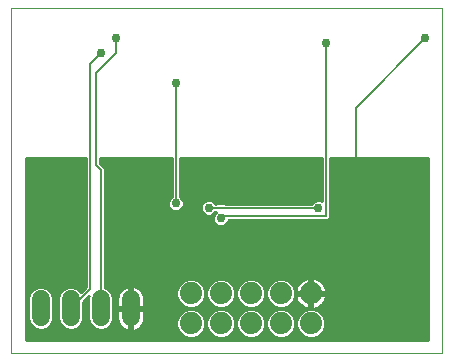
<source format=gbl>
G75*
%MOIN*%
%OFA0B0*%
%FSLAX25Y25*%
%IPPOS*%
%LPD*%
%AMOC8*
5,1,8,0,0,1.08239X$1,22.5*
%
%ADD10C,0.00000*%
%ADD11C,0.07400*%
%ADD12C,0.06000*%
%ADD13C,0.01000*%
%ADD14C,0.02978*%
%ADD15C,0.00600*%
D10*
X0001500Y0030494D02*
X0001500Y0145455D01*
X0145201Y0145455D01*
X0145201Y0030494D01*
X0001500Y0030494D01*
D11*
X0061500Y0040494D03*
X0061500Y0050494D03*
X0071500Y0050494D03*
X0071500Y0040494D03*
X0081500Y0040494D03*
X0091500Y0040494D03*
X0091500Y0050494D03*
X0081500Y0050494D03*
X0101500Y0050494D03*
X0101500Y0040494D03*
D12*
X0041500Y0042494D02*
X0041500Y0048494D01*
X0031500Y0048494D02*
X0031500Y0042494D01*
X0021500Y0042494D02*
X0021500Y0048494D01*
X0011500Y0048494D02*
X0011500Y0042494D01*
D13*
X0007400Y0042477D02*
X0006500Y0042477D01*
X0006500Y0043475D02*
X0007400Y0043475D01*
X0007400Y0044474D02*
X0006500Y0044474D01*
X0006500Y0045472D02*
X0007400Y0045472D01*
X0007400Y0046471D02*
X0006500Y0046471D01*
X0006500Y0047469D02*
X0007400Y0047469D01*
X0007400Y0048468D02*
X0006500Y0048468D01*
X0006500Y0049466D02*
X0007465Y0049466D01*
X0007400Y0049310D02*
X0007400Y0041679D01*
X0008024Y0040172D01*
X0009178Y0039019D01*
X0010684Y0038394D01*
X0012316Y0038394D01*
X0013822Y0039019D01*
X0014976Y0040172D01*
X0015600Y0041679D01*
X0015600Y0049310D01*
X0014976Y0050817D01*
X0013822Y0051970D01*
X0012316Y0052594D01*
X0010684Y0052594D01*
X0009178Y0051970D01*
X0008024Y0050817D01*
X0007400Y0049310D01*
X0007878Y0050465D02*
X0006500Y0050465D01*
X0006500Y0051463D02*
X0008670Y0051463D01*
X0010364Y0052462D02*
X0006500Y0052462D01*
X0006500Y0053460D02*
X0026600Y0053460D01*
X0026600Y0052574D02*
X0024909Y0050884D01*
X0023822Y0051970D01*
X0022316Y0052594D01*
X0020684Y0052594D01*
X0019178Y0051970D01*
X0018024Y0050817D01*
X0017400Y0049310D01*
X0017400Y0041679D01*
X0018024Y0040172D01*
X0019178Y0039019D01*
X0020684Y0038394D01*
X0022316Y0038394D01*
X0023822Y0039019D01*
X0024976Y0040172D01*
X0025600Y0041679D01*
X0025600Y0047615D01*
X0027474Y0049489D01*
X0027400Y0049310D01*
X0027400Y0041679D01*
X0028024Y0040172D01*
X0029178Y0039019D01*
X0030684Y0038394D01*
X0032316Y0038394D01*
X0033822Y0039019D01*
X0034976Y0040172D01*
X0035600Y0041679D01*
X0035600Y0049310D01*
X0034976Y0050817D01*
X0033822Y0051970D01*
X0032900Y0052352D01*
X0032900Y0092113D01*
X0032080Y0092934D01*
X0031306Y0093707D01*
X0031306Y0095494D01*
X0055100Y0095494D01*
X0055100Y0082717D01*
X0055033Y0082689D01*
X0054305Y0081961D01*
X0053911Y0081009D01*
X0053911Y0079980D01*
X0054305Y0079028D01*
X0055033Y0078300D01*
X0055985Y0077906D01*
X0057015Y0077906D01*
X0057967Y0078300D01*
X0058695Y0079028D01*
X0059089Y0079980D01*
X0059089Y0081009D01*
X0058695Y0081961D01*
X0057967Y0082689D01*
X0057900Y0082717D01*
X0057900Y0095494D01*
X0105100Y0095494D01*
X0105100Y0081341D01*
X0104515Y0081583D01*
X0103485Y0081583D01*
X0102533Y0081189D01*
X0101805Y0080461D01*
X0101778Y0080394D01*
X0073041Y0080394D01*
X0072947Y0080488D01*
X0070053Y0080488D01*
X0069959Y0080394D01*
X0069722Y0080394D01*
X0069695Y0080461D01*
X0068967Y0081189D01*
X0068015Y0081583D01*
X0066985Y0081583D01*
X0066033Y0081189D01*
X0065305Y0080461D01*
X0064911Y0079509D01*
X0064911Y0078480D01*
X0065305Y0077528D01*
X0066033Y0076800D01*
X0066985Y0076406D01*
X0068015Y0076406D01*
X0068967Y0076800D01*
X0069695Y0077528D01*
X0069722Y0077594D01*
X0069939Y0077594D01*
X0069305Y0076961D01*
X0068911Y0076009D01*
X0068911Y0074980D01*
X0069305Y0074028D01*
X0070033Y0073300D01*
X0070985Y0072906D01*
X0072015Y0072906D01*
X0072967Y0073300D01*
X0073695Y0074028D01*
X0074089Y0074980D01*
X0074089Y0075001D01*
X0107080Y0075001D01*
X0107900Y0075821D01*
X0107900Y0095494D01*
X0140701Y0095494D01*
X0140701Y0034994D01*
X0006500Y0034994D01*
X0006500Y0095494D01*
X0026600Y0095494D01*
X0026600Y0052574D01*
X0026487Y0052462D02*
X0022636Y0052462D01*
X0024330Y0051463D02*
X0025489Y0051463D01*
X0027452Y0049466D02*
X0027465Y0049466D01*
X0027400Y0048468D02*
X0026453Y0048468D01*
X0025600Y0047469D02*
X0027400Y0047469D01*
X0027400Y0046471D02*
X0025600Y0046471D01*
X0025600Y0045472D02*
X0027400Y0045472D01*
X0027400Y0044474D02*
X0025600Y0044474D01*
X0025600Y0043475D02*
X0027400Y0043475D01*
X0027400Y0042477D02*
X0025600Y0042477D01*
X0025517Y0041478D02*
X0027483Y0041478D01*
X0027897Y0040480D02*
X0025103Y0040480D01*
X0024285Y0039481D02*
X0028715Y0039481D01*
X0030472Y0038483D02*
X0022528Y0038483D01*
X0020472Y0038483D02*
X0012528Y0038483D01*
X0014285Y0039481D02*
X0018715Y0039481D01*
X0017897Y0040480D02*
X0015103Y0040480D01*
X0015517Y0041478D02*
X0017483Y0041478D01*
X0017400Y0042477D02*
X0015600Y0042477D01*
X0015600Y0043475D02*
X0017400Y0043475D01*
X0017400Y0044474D02*
X0015600Y0044474D01*
X0015600Y0045472D02*
X0017400Y0045472D01*
X0017400Y0046471D02*
X0015600Y0046471D01*
X0015600Y0047469D02*
X0017400Y0047469D01*
X0017400Y0048468D02*
X0015600Y0048468D01*
X0015535Y0049466D02*
X0017465Y0049466D01*
X0017878Y0050465D02*
X0015122Y0050465D01*
X0014330Y0051463D02*
X0018670Y0051463D01*
X0020364Y0052462D02*
X0012636Y0052462D01*
X0006500Y0054459D02*
X0026600Y0054459D01*
X0026600Y0055457D02*
X0006500Y0055457D01*
X0006500Y0056456D02*
X0026600Y0056456D01*
X0026600Y0057454D02*
X0006500Y0057454D01*
X0006500Y0058453D02*
X0026600Y0058453D01*
X0026600Y0059451D02*
X0006500Y0059451D01*
X0006500Y0060450D02*
X0026600Y0060450D01*
X0026600Y0061448D02*
X0006500Y0061448D01*
X0006500Y0062447D02*
X0026600Y0062447D01*
X0026600Y0063445D02*
X0006500Y0063445D01*
X0006500Y0064444D02*
X0026600Y0064444D01*
X0026600Y0065442D02*
X0006500Y0065442D01*
X0006500Y0066441D02*
X0026600Y0066441D01*
X0026600Y0067439D02*
X0006500Y0067439D01*
X0006500Y0068438D02*
X0026600Y0068438D01*
X0026600Y0069436D02*
X0006500Y0069436D01*
X0006500Y0070435D02*
X0026600Y0070435D01*
X0026600Y0071433D02*
X0006500Y0071433D01*
X0006500Y0072432D02*
X0026600Y0072432D01*
X0026600Y0073430D02*
X0006500Y0073430D01*
X0006500Y0074429D02*
X0026600Y0074429D01*
X0026600Y0075427D02*
X0006500Y0075427D01*
X0006500Y0076426D02*
X0026600Y0076426D01*
X0026600Y0077425D02*
X0006500Y0077425D01*
X0006500Y0078423D02*
X0026600Y0078423D01*
X0026600Y0079422D02*
X0006500Y0079422D01*
X0006500Y0080420D02*
X0026600Y0080420D01*
X0026600Y0081419D02*
X0006500Y0081419D01*
X0006500Y0082417D02*
X0026600Y0082417D01*
X0026600Y0083416D02*
X0006500Y0083416D01*
X0006500Y0084414D02*
X0026600Y0084414D01*
X0026600Y0085413D02*
X0006500Y0085413D01*
X0006500Y0086411D02*
X0026600Y0086411D01*
X0026600Y0087410D02*
X0006500Y0087410D01*
X0006500Y0088408D02*
X0026600Y0088408D01*
X0026600Y0089407D02*
X0006500Y0089407D01*
X0006500Y0090405D02*
X0026600Y0090405D01*
X0026600Y0091404D02*
X0006500Y0091404D01*
X0006500Y0092402D02*
X0026600Y0092402D01*
X0026600Y0093401D02*
X0006500Y0093401D01*
X0006500Y0094399D02*
X0026600Y0094399D01*
X0026600Y0095398D02*
X0006500Y0095398D01*
X0031306Y0095398D02*
X0055100Y0095398D01*
X0055100Y0094399D02*
X0031306Y0094399D01*
X0031613Y0093401D02*
X0055100Y0093401D01*
X0055100Y0092402D02*
X0032611Y0092402D01*
X0032900Y0091404D02*
X0055100Y0091404D01*
X0055100Y0090405D02*
X0032900Y0090405D01*
X0032900Y0089407D02*
X0055100Y0089407D01*
X0055100Y0088408D02*
X0032900Y0088408D01*
X0032900Y0087410D02*
X0055100Y0087410D01*
X0055100Y0086411D02*
X0032900Y0086411D01*
X0032900Y0085413D02*
X0055100Y0085413D01*
X0055100Y0084414D02*
X0032900Y0084414D01*
X0032900Y0083416D02*
X0055100Y0083416D01*
X0054761Y0082417D02*
X0032900Y0082417D01*
X0032900Y0081419D02*
X0054080Y0081419D01*
X0053911Y0080420D02*
X0032900Y0080420D01*
X0032900Y0079422D02*
X0054142Y0079422D01*
X0054910Y0078423D02*
X0032900Y0078423D01*
X0032900Y0077425D02*
X0065409Y0077425D01*
X0064934Y0078423D02*
X0058090Y0078423D01*
X0058858Y0079422D02*
X0064911Y0079422D01*
X0065288Y0080420D02*
X0059089Y0080420D01*
X0058920Y0081419D02*
X0066587Y0081419D01*
X0068413Y0081419D02*
X0103087Y0081419D01*
X0101788Y0080420D02*
X0073015Y0080420D01*
X0069985Y0080420D02*
X0069712Y0080420D01*
X0069769Y0077425D02*
X0069591Y0077425D01*
X0069084Y0076426D02*
X0068064Y0076426D01*
X0066936Y0076426D02*
X0032900Y0076426D01*
X0032900Y0075427D02*
X0068911Y0075427D01*
X0069139Y0074429D02*
X0032900Y0074429D01*
X0032900Y0073430D02*
X0069903Y0073430D01*
X0073097Y0073430D02*
X0140701Y0073430D01*
X0140701Y0072432D02*
X0032900Y0072432D01*
X0032900Y0071433D02*
X0140701Y0071433D01*
X0140701Y0070435D02*
X0032900Y0070435D01*
X0032900Y0069436D02*
X0140701Y0069436D01*
X0140701Y0068438D02*
X0032900Y0068438D01*
X0032900Y0067439D02*
X0140701Y0067439D01*
X0140701Y0066441D02*
X0032900Y0066441D01*
X0032900Y0065442D02*
X0140701Y0065442D01*
X0140701Y0064444D02*
X0032900Y0064444D01*
X0032900Y0063445D02*
X0140701Y0063445D01*
X0140701Y0062447D02*
X0032900Y0062447D01*
X0032900Y0061448D02*
X0140701Y0061448D01*
X0140701Y0060450D02*
X0032900Y0060450D01*
X0032900Y0059451D02*
X0140701Y0059451D01*
X0140701Y0058453D02*
X0032900Y0058453D01*
X0032900Y0057454D02*
X0140701Y0057454D01*
X0140701Y0056456D02*
X0032900Y0056456D01*
X0032900Y0055457D02*
X0099946Y0055457D01*
X0100282Y0055566D02*
X0099504Y0055314D01*
X0098775Y0054942D01*
X0098112Y0054461D01*
X0097534Y0053882D01*
X0097053Y0053220D01*
X0096681Y0052491D01*
X0096428Y0051712D01*
X0096314Y0050994D01*
X0101000Y0050994D01*
X0101000Y0049994D01*
X0102000Y0049994D01*
X0102000Y0045309D01*
X0102718Y0045423D01*
X0103496Y0045675D01*
X0104225Y0046047D01*
X0104888Y0046528D01*
X0105466Y0047107D01*
X0105947Y0047769D01*
X0106319Y0048498D01*
X0106572Y0049277D01*
X0106686Y0049994D01*
X0102000Y0049994D01*
X0102000Y0050994D01*
X0106686Y0050994D01*
X0106572Y0051712D01*
X0106319Y0052491D01*
X0105947Y0053220D01*
X0105466Y0053882D01*
X0104888Y0054461D01*
X0104225Y0054942D01*
X0103496Y0055314D01*
X0102718Y0055566D01*
X0102000Y0055680D01*
X0102000Y0050995D01*
X0101000Y0050995D01*
X0101000Y0055680D01*
X0100282Y0055566D01*
X0101000Y0055457D02*
X0102000Y0055457D01*
X0102000Y0054459D02*
X0101000Y0054459D01*
X0101000Y0053460D02*
X0102000Y0053460D01*
X0102000Y0052462D02*
X0101000Y0052462D01*
X0101000Y0051463D02*
X0102000Y0051463D01*
X0102000Y0050465D02*
X0140701Y0050465D01*
X0140701Y0051463D02*
X0106611Y0051463D01*
X0106328Y0052462D02*
X0140701Y0052462D01*
X0140701Y0053460D02*
X0105773Y0053460D01*
X0104890Y0054459D02*
X0140701Y0054459D01*
X0140701Y0055457D02*
X0103054Y0055457D01*
X0101000Y0050465D02*
X0096300Y0050465D01*
X0096314Y0049994D02*
X0096428Y0049277D01*
X0096681Y0048498D01*
X0097053Y0047769D01*
X0097534Y0047107D01*
X0098112Y0046528D01*
X0098775Y0046047D01*
X0099504Y0045675D01*
X0100282Y0045423D01*
X0101000Y0045309D01*
X0101000Y0049994D01*
X0096314Y0049994D01*
X0096300Y0049540D02*
X0095569Y0047776D01*
X0094219Y0046425D01*
X0092455Y0045694D01*
X0090545Y0045694D01*
X0088781Y0046425D01*
X0087431Y0047776D01*
X0086700Y0049540D01*
X0086700Y0051449D01*
X0087431Y0053213D01*
X0088781Y0054564D01*
X0090545Y0055294D01*
X0092455Y0055294D01*
X0094219Y0054564D01*
X0095569Y0053213D01*
X0096300Y0051449D01*
X0096300Y0049540D01*
X0096270Y0049466D02*
X0096398Y0049466D01*
X0096697Y0048468D02*
X0095856Y0048468D01*
X0095263Y0047469D02*
X0097270Y0047469D01*
X0098192Y0046471D02*
X0094264Y0046471D01*
X0094219Y0044564D02*
X0092455Y0045294D01*
X0092175Y0045294D01*
X0092080Y0045389D01*
X0090920Y0045389D01*
X0090825Y0045294D01*
X0090545Y0045294D01*
X0088781Y0044564D01*
X0087431Y0043213D01*
X0086700Y0041449D01*
X0086700Y0039540D01*
X0087431Y0037776D01*
X0088781Y0036425D01*
X0090545Y0035694D01*
X0092455Y0035694D01*
X0094219Y0036425D01*
X0095569Y0037776D01*
X0096300Y0039540D01*
X0096300Y0041449D01*
X0095569Y0043213D01*
X0094219Y0044564D01*
X0094309Y0044474D02*
X0098691Y0044474D01*
X0098781Y0044564D02*
X0097431Y0043213D01*
X0096700Y0041449D01*
X0096700Y0039540D01*
X0097431Y0037776D01*
X0098781Y0036425D01*
X0100545Y0035694D01*
X0102455Y0035694D01*
X0104219Y0036425D01*
X0105569Y0037776D01*
X0106300Y0039540D01*
X0106300Y0041449D01*
X0105569Y0043213D01*
X0104219Y0044564D01*
X0102455Y0045294D01*
X0100545Y0045294D01*
X0098781Y0044564D01*
X0097692Y0043475D02*
X0095308Y0043475D01*
X0095874Y0042477D02*
X0097126Y0042477D01*
X0096712Y0041478D02*
X0096288Y0041478D01*
X0096300Y0040480D02*
X0096700Y0040480D01*
X0096724Y0039481D02*
X0096276Y0039481D01*
X0095862Y0038483D02*
X0097138Y0038483D01*
X0097722Y0037484D02*
X0095278Y0037484D01*
X0094279Y0036486D02*
X0098721Y0036486D01*
X0104279Y0036486D02*
X0140701Y0036486D01*
X0140701Y0037484D02*
X0105278Y0037484D01*
X0105862Y0038483D02*
X0140701Y0038483D01*
X0140701Y0039481D02*
X0106276Y0039481D01*
X0106300Y0040480D02*
X0140701Y0040480D01*
X0140701Y0041478D02*
X0106288Y0041478D01*
X0105874Y0042477D02*
X0140701Y0042477D01*
X0140701Y0043475D02*
X0105308Y0043475D01*
X0104309Y0044474D02*
X0140701Y0044474D01*
X0140701Y0045472D02*
X0102870Y0045472D01*
X0102000Y0045472D02*
X0101000Y0045472D01*
X0100130Y0045472D02*
X0042000Y0045472D01*
X0042000Y0044994D02*
X0042000Y0045994D01*
X0046000Y0045994D01*
X0046000Y0048849D01*
X0045889Y0049548D01*
X0045670Y0050222D01*
X0045349Y0050853D01*
X0044932Y0051426D01*
X0044432Y0051927D01*
X0043859Y0052343D01*
X0043227Y0052665D01*
X0042554Y0052884D01*
X0042000Y0052971D01*
X0042000Y0045995D01*
X0041000Y0045995D01*
X0041000Y0052971D01*
X0040446Y0052884D01*
X0039773Y0052665D01*
X0039141Y0052343D01*
X0038568Y0051927D01*
X0038068Y0051426D01*
X0037651Y0050853D01*
X0037330Y0050222D01*
X0037111Y0049548D01*
X0037000Y0048849D01*
X0037000Y0045994D01*
X0041000Y0045994D01*
X0041000Y0044994D01*
X0042000Y0044994D01*
X0042000Y0038018D01*
X0042554Y0038105D01*
X0043227Y0038324D01*
X0043859Y0038646D01*
X0044432Y0039062D01*
X0044932Y0039563D01*
X0045349Y0040136D01*
X0045670Y0040767D01*
X0045889Y0041441D01*
X0046000Y0042140D01*
X0046000Y0044994D01*
X0042000Y0044994D01*
X0042000Y0044474D02*
X0041000Y0044474D01*
X0041000Y0044994D02*
X0041000Y0038018D01*
X0040446Y0038105D01*
X0039773Y0038324D01*
X0039141Y0038646D01*
X0038568Y0039062D01*
X0038068Y0039563D01*
X0037651Y0040136D01*
X0037330Y0040767D01*
X0037111Y0041441D01*
X0037000Y0042140D01*
X0037000Y0044994D01*
X0041000Y0044994D01*
X0041000Y0045472D02*
X0035600Y0045472D01*
X0035600Y0044474D02*
X0037000Y0044474D01*
X0037000Y0043475D02*
X0035600Y0043475D01*
X0035600Y0042477D02*
X0037000Y0042477D01*
X0037105Y0041478D02*
X0035517Y0041478D01*
X0035103Y0040480D02*
X0037476Y0040480D01*
X0038149Y0039481D02*
X0034285Y0039481D01*
X0032528Y0038483D02*
X0039462Y0038483D01*
X0041000Y0038483D02*
X0042000Y0038483D01*
X0042000Y0039481D02*
X0041000Y0039481D01*
X0041000Y0040480D02*
X0042000Y0040480D01*
X0042000Y0041478D02*
X0041000Y0041478D01*
X0041000Y0042477D02*
X0042000Y0042477D01*
X0042000Y0043475D02*
X0041000Y0043475D01*
X0041000Y0046471D02*
X0042000Y0046471D01*
X0042000Y0047469D02*
X0041000Y0047469D01*
X0041000Y0048468D02*
X0042000Y0048468D01*
X0042000Y0049466D02*
X0041000Y0049466D01*
X0041000Y0050465D02*
X0042000Y0050465D01*
X0042000Y0051463D02*
X0041000Y0051463D01*
X0041000Y0052462D02*
X0042000Y0052462D01*
X0043626Y0052462D02*
X0057119Y0052462D01*
X0057431Y0053213D02*
X0056700Y0051449D01*
X0056700Y0049540D01*
X0057431Y0047776D01*
X0058781Y0046425D01*
X0060545Y0045694D01*
X0062455Y0045694D01*
X0064219Y0046425D01*
X0065569Y0047776D01*
X0066300Y0049540D01*
X0066300Y0051449D01*
X0065569Y0053213D01*
X0064219Y0054564D01*
X0062455Y0055294D01*
X0060545Y0055294D01*
X0058781Y0054564D01*
X0057431Y0053213D01*
X0057678Y0053460D02*
X0032900Y0053460D01*
X0032900Y0052462D02*
X0039374Y0052462D01*
X0038105Y0051463D02*
X0034330Y0051463D01*
X0035122Y0050465D02*
X0037453Y0050465D01*
X0037098Y0049466D02*
X0035535Y0049466D01*
X0035600Y0048468D02*
X0037000Y0048468D01*
X0037000Y0047469D02*
X0035600Y0047469D01*
X0035600Y0046471D02*
X0037000Y0046471D01*
X0043538Y0038483D02*
X0057138Y0038483D01*
X0057431Y0037776D02*
X0058781Y0036425D01*
X0060545Y0035694D01*
X0062455Y0035694D01*
X0064219Y0036425D01*
X0065569Y0037776D01*
X0066300Y0039540D01*
X0066300Y0041449D01*
X0065569Y0043213D01*
X0064219Y0044564D01*
X0062455Y0045294D01*
X0060545Y0045294D01*
X0058781Y0044564D01*
X0057431Y0043213D01*
X0056700Y0041449D01*
X0056700Y0039540D01*
X0057431Y0037776D01*
X0057722Y0037484D02*
X0006500Y0037484D01*
X0006500Y0036486D02*
X0058721Y0036486D01*
X0056724Y0039481D02*
X0044851Y0039481D01*
X0045524Y0040480D02*
X0056700Y0040480D01*
X0056712Y0041478D02*
X0045895Y0041478D01*
X0046000Y0042477D02*
X0057126Y0042477D01*
X0057692Y0043475D02*
X0046000Y0043475D01*
X0046000Y0044474D02*
X0058691Y0044474D01*
X0058736Y0046471D02*
X0046000Y0046471D01*
X0046000Y0047469D02*
X0057737Y0047469D01*
X0057144Y0048468D02*
X0046000Y0048468D01*
X0045902Y0049466D02*
X0056730Y0049466D01*
X0056700Y0050465D02*
X0045547Y0050465D01*
X0044895Y0051463D02*
X0056706Y0051463D01*
X0058676Y0054459D02*
X0032900Y0054459D01*
X0010472Y0038483D02*
X0006500Y0038483D01*
X0006500Y0039481D02*
X0008715Y0039481D01*
X0007897Y0040480D02*
X0006500Y0040480D01*
X0006500Y0041478D02*
X0007483Y0041478D01*
X0006500Y0035487D02*
X0140701Y0035487D01*
X0140701Y0046471D02*
X0104808Y0046471D01*
X0105730Y0047469D02*
X0140701Y0047469D01*
X0140701Y0048468D02*
X0106303Y0048468D01*
X0106602Y0049466D02*
X0140701Y0049466D01*
X0140701Y0074429D02*
X0073861Y0074429D01*
X0058239Y0082417D02*
X0105100Y0082417D01*
X0105100Y0081419D02*
X0104913Y0081419D01*
X0105100Y0083416D02*
X0057900Y0083416D01*
X0057900Y0084414D02*
X0105100Y0084414D01*
X0105100Y0085413D02*
X0057900Y0085413D01*
X0057900Y0086411D02*
X0105100Y0086411D01*
X0105100Y0087410D02*
X0057900Y0087410D01*
X0057900Y0088408D02*
X0105100Y0088408D01*
X0105100Y0089407D02*
X0057900Y0089407D01*
X0057900Y0090405D02*
X0105100Y0090405D01*
X0105100Y0091404D02*
X0057900Y0091404D01*
X0057900Y0092402D02*
X0105100Y0092402D01*
X0105100Y0093401D02*
X0057900Y0093401D01*
X0057900Y0094399D02*
X0105100Y0094399D01*
X0105100Y0095398D02*
X0057900Y0095398D01*
X0064324Y0054459D02*
X0068676Y0054459D01*
X0068781Y0054564D02*
X0067431Y0053213D01*
X0066700Y0051449D01*
X0066700Y0049540D01*
X0067431Y0047776D01*
X0068781Y0046425D01*
X0070545Y0045694D01*
X0072455Y0045694D01*
X0074219Y0046425D01*
X0075569Y0047776D01*
X0076300Y0049540D01*
X0076300Y0051449D01*
X0075569Y0053213D01*
X0074219Y0054564D01*
X0072455Y0055294D01*
X0070545Y0055294D01*
X0068781Y0054564D01*
X0067678Y0053460D02*
X0065322Y0053460D01*
X0065881Y0052462D02*
X0067119Y0052462D01*
X0066706Y0051463D02*
X0066294Y0051463D01*
X0066300Y0050465D02*
X0066700Y0050465D01*
X0066730Y0049466D02*
X0066270Y0049466D01*
X0065856Y0048468D02*
X0067144Y0048468D01*
X0067737Y0047469D02*
X0065263Y0047469D01*
X0064264Y0046471D02*
X0068736Y0046471D01*
X0068781Y0044564D02*
X0067431Y0043213D01*
X0066700Y0041449D01*
X0066700Y0039540D01*
X0067431Y0037776D01*
X0068781Y0036425D01*
X0070545Y0035694D01*
X0072455Y0035694D01*
X0074219Y0036425D01*
X0075569Y0037776D01*
X0076300Y0039540D01*
X0076300Y0041449D01*
X0075569Y0043213D01*
X0074219Y0044564D01*
X0072455Y0045294D01*
X0070545Y0045294D01*
X0068781Y0044564D01*
X0068691Y0044474D02*
X0064309Y0044474D01*
X0065308Y0043475D02*
X0067692Y0043475D01*
X0067126Y0042477D02*
X0065874Y0042477D01*
X0066288Y0041478D02*
X0066712Y0041478D01*
X0066700Y0040480D02*
X0066300Y0040480D01*
X0066276Y0039481D02*
X0066724Y0039481D01*
X0067138Y0038483D02*
X0065862Y0038483D01*
X0065278Y0037484D02*
X0067722Y0037484D01*
X0068721Y0036486D02*
X0064279Y0036486D01*
X0074279Y0036486D02*
X0078721Y0036486D01*
X0078781Y0036425D02*
X0080545Y0035694D01*
X0082455Y0035694D01*
X0084219Y0036425D01*
X0085569Y0037776D01*
X0086300Y0039540D01*
X0086300Y0041449D01*
X0085569Y0043213D01*
X0084219Y0044564D01*
X0082455Y0045294D01*
X0080545Y0045294D01*
X0078781Y0044564D01*
X0077431Y0043213D01*
X0076700Y0041449D01*
X0076700Y0039540D01*
X0077431Y0037776D01*
X0078781Y0036425D01*
X0077722Y0037484D02*
X0075278Y0037484D01*
X0075862Y0038483D02*
X0077138Y0038483D01*
X0076724Y0039481D02*
X0076276Y0039481D01*
X0076300Y0040480D02*
X0076700Y0040480D01*
X0076712Y0041478D02*
X0076288Y0041478D01*
X0075874Y0042477D02*
X0077126Y0042477D01*
X0077692Y0043475D02*
X0075308Y0043475D01*
X0074309Y0044474D02*
X0078691Y0044474D01*
X0078781Y0046425D02*
X0080545Y0045694D01*
X0082455Y0045694D01*
X0084219Y0046425D01*
X0085569Y0047776D01*
X0086300Y0049540D01*
X0086300Y0051449D01*
X0085569Y0053213D01*
X0084219Y0054564D01*
X0082455Y0055294D01*
X0080545Y0055294D01*
X0078781Y0054564D01*
X0077431Y0053213D01*
X0076700Y0051449D01*
X0076700Y0049540D01*
X0077431Y0047776D01*
X0078781Y0046425D01*
X0078736Y0046471D02*
X0074264Y0046471D01*
X0075263Y0047469D02*
X0077737Y0047469D01*
X0077144Y0048468D02*
X0075856Y0048468D01*
X0076270Y0049466D02*
X0076730Y0049466D01*
X0076700Y0050465D02*
X0076300Y0050465D01*
X0076294Y0051463D02*
X0076706Y0051463D01*
X0077119Y0052462D02*
X0075881Y0052462D01*
X0075322Y0053460D02*
X0077678Y0053460D01*
X0078676Y0054459D02*
X0074324Y0054459D01*
X0084324Y0054459D02*
X0088676Y0054459D01*
X0087678Y0053460D02*
X0085322Y0053460D01*
X0085881Y0052462D02*
X0087119Y0052462D01*
X0086706Y0051463D02*
X0086294Y0051463D01*
X0086300Y0050465D02*
X0086700Y0050465D01*
X0086730Y0049466D02*
X0086270Y0049466D01*
X0085856Y0048468D02*
X0087144Y0048468D01*
X0087737Y0047469D02*
X0085263Y0047469D01*
X0084264Y0046471D02*
X0088736Y0046471D01*
X0088691Y0044474D02*
X0084309Y0044474D01*
X0085308Y0043475D02*
X0087692Y0043475D01*
X0087126Y0042477D02*
X0085874Y0042477D01*
X0086288Y0041478D02*
X0086712Y0041478D01*
X0086700Y0040480D02*
X0086300Y0040480D01*
X0086276Y0039481D02*
X0086724Y0039481D01*
X0087138Y0038483D02*
X0085862Y0038483D01*
X0085278Y0037484D02*
X0087722Y0037484D01*
X0088721Y0036486D02*
X0084279Y0036486D01*
X0096294Y0051463D02*
X0096389Y0051463D01*
X0096672Y0052462D02*
X0095881Y0052462D01*
X0095322Y0053460D02*
X0097227Y0053460D01*
X0098110Y0054459D02*
X0094324Y0054459D01*
X0101000Y0049466D02*
X0102000Y0049466D01*
X0102000Y0048468D02*
X0101000Y0048468D01*
X0101000Y0047469D02*
X0102000Y0047469D01*
X0102000Y0046471D02*
X0101000Y0046471D01*
X0107507Y0075427D02*
X0140701Y0075427D01*
X0140701Y0076426D02*
X0107900Y0076426D01*
X0107900Y0077425D02*
X0140701Y0077425D01*
X0140701Y0078423D02*
X0107900Y0078423D01*
X0107900Y0079422D02*
X0140701Y0079422D01*
X0140701Y0080420D02*
X0107900Y0080420D01*
X0107900Y0081419D02*
X0140701Y0081419D01*
X0140701Y0082417D02*
X0107900Y0082417D01*
X0107900Y0083416D02*
X0140701Y0083416D01*
X0140701Y0084414D02*
X0107900Y0084414D01*
X0107900Y0085413D02*
X0140701Y0085413D01*
X0140701Y0086411D02*
X0107900Y0086411D01*
X0107900Y0087410D02*
X0140701Y0087410D01*
X0140701Y0088408D02*
X0107900Y0088408D01*
X0107900Y0089407D02*
X0140701Y0089407D01*
X0140701Y0090405D02*
X0107900Y0090405D01*
X0107900Y0091404D02*
X0140701Y0091404D01*
X0140701Y0092402D02*
X0107900Y0092402D01*
X0107900Y0093401D02*
X0140701Y0093401D01*
X0140701Y0094399D02*
X0107900Y0094399D01*
X0107900Y0095398D02*
X0140701Y0095398D01*
D14*
X0139712Y0135494D03*
X0106500Y0134077D03*
X0104000Y0078994D03*
X0071500Y0075494D03*
X0067500Y0078994D03*
X0056500Y0080494D03*
X0044500Y0093994D03*
X0038000Y0093994D03*
X0033000Y0093994D03*
X0056500Y0120494D03*
X0036500Y0135494D03*
X0031500Y0130494D03*
D15*
X0028000Y0126994D01*
X0028000Y0051994D01*
X0021500Y0045494D01*
X0031500Y0045494D02*
X0031500Y0091534D01*
X0029906Y0093127D01*
X0029906Y0123901D01*
X0036500Y0130494D01*
X0036500Y0135494D01*
X0056500Y0120494D02*
X0056500Y0080494D01*
X0067500Y0078994D02*
X0070539Y0078994D01*
X0070633Y0079088D01*
X0072367Y0079088D01*
X0072461Y0078994D01*
X0104000Y0078994D01*
X0106500Y0076401D02*
X0106500Y0134077D01*
X0116500Y0112283D02*
X0116500Y0060494D01*
X0106500Y0050494D01*
X0101500Y0050494D01*
X0091500Y0043989D02*
X0091500Y0040494D01*
X0106500Y0076401D02*
X0072406Y0076401D01*
X0071500Y0075494D01*
X0116500Y0112283D02*
X0139712Y0135494D01*
M02*

</source>
